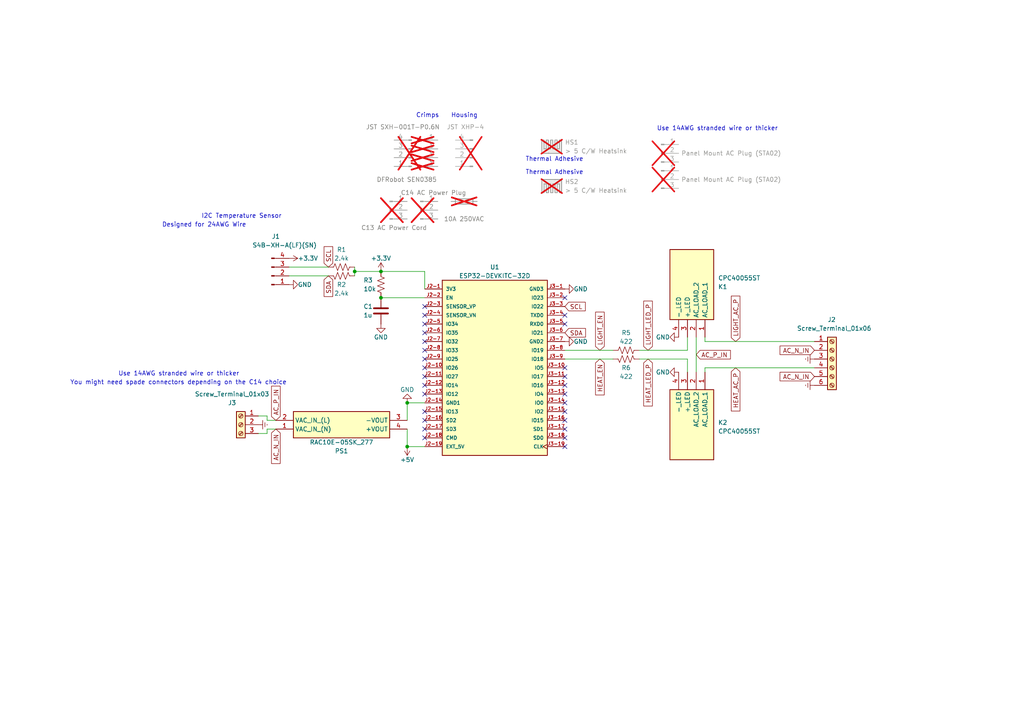
<source format=kicad_sch>
(kicad_sch (version 20230121) (generator eeschema)
  (paper "A4")
  (lib_symbols
    (symbol "CPC40055ST:CPC40055ST"
      (property "Reference" "K" (at 26.67 7.62 0))
      (property "Value" "CPC40055ST" (at 26.67 5.08 0))
      (symbol "CPC40055ST_1_1"
        (rectangle (start 5.08 2.54) (end 25.4 -10.16) (stroke (width 0.254)) (fill (type background)))
        (pin passive line (at 0 0 0) (length 5.08) (name "AC_LOAD_1") (number "1"))
        (pin passive line (at 0 -2.54 0) (length 5.08) (name "AC_LOAD_2") (number "2"))
        (pin passive line (at 0 -5.08 0) (length 5.08) (name "+_LED") (number "3"))
        (pin passive line (at 0 -7.62 0) (length 5.08) (name "-_LED") (number "4"))
      )
    )
    (symbol "Connector:Conn_01x01_Pin" (pin_names (offset 1.016) hide)
      (property "Reference" "J" (at 0 2.54 0))
      (property "Value" "Conn_01x01_Pin" (at 0 -2.54 0))
      (symbol "Conn_01x01_Pin_1_1"
        (polyline (pts (xy 1.27 0) (xy 0.8636 0)) (stroke (width 0.1524)))
        (rectangle (start 0.8636 0.127) (end 0 -0.127) (stroke (width 0.1524)) (fill (type outline)))
        (pin passive line (at 5.08 0 180) (length 3.81) (name "Pin_1") (number "1"))
      )
    )
    (symbol "Connector:Conn_01x03_Pin" (pin_names (offset 1.016) hide)
      (property "Reference" "J" (at 0 5.08 0))
      (property "Value" "Conn_01x03_Pin" (at 0 -5.08 0))
      (symbol "Conn_01x03_Pin_1_1"
        (polyline (pts (xy 1.27 -2.54) (xy 0.8636 -2.54)) (stroke (width 0.1524)))
        (polyline (pts (xy 1.27 0) (xy 0.8636 0)) (stroke (width 0.1524)))
        (polyline (pts (xy 1.27 2.54) (xy 0.8636 2.54)) (stroke (width 0.1524)))
        (rectangle (start 0.8636 -2.413) (end 0 -2.667) (stroke (width 0.1524)) (fill (type outline)))
        (rectangle (start 0.8636 0.127) (end 0 -0.127) (stroke (width 0.1524)) (fill (type outline)))
        (rectangle (start 0.8636 2.667) (end 0 2.413) (stroke (width 0.1524)) (fill (type outline)))
        (pin passive line (at 5.08 2.54 180) (length 3.81) (name "Pin_1") (number "1"))
        (pin passive line (at 5.08 0 180) (length 3.81) (name "Pin_2") (number "2"))
        (pin passive line (at 5.08 -2.54 180) (length 3.81) (name "Pin_3") (number "3"))
      )
    )
    (symbol "Connector:Conn_01x04_Pin" (pin_names (offset 1.016) hide)
      (property "Reference" "J" (at 0 5.08 0))
      (property "Value" "Conn_01x04_Pin" (at 0 -7.62 0))
      (symbol "Conn_01x04_Pin_1_1"
        (polyline (pts (xy 1.27 -5.08) (xy 0.8636 -5.08)) (stroke (width 0.1524)))
        (polyline (pts (xy 1.27 -2.54) (xy 0.8636 -2.54)) (stroke (width 0.1524)))
        (polyline (pts (xy 1.27 0) (xy 0.8636 0)) (stroke (width 0.1524)))
        (polyline (pts (xy 1.27 2.54) (xy 0.8636 2.54)) (stroke (width 0.1524)))
        (rectangle (start 0.8636 -4.953) (end 0 -5.207) (stroke (width 0.1524)) (fill (type outline)))
        (rectangle (start 0.8636 -2.413) (end 0 -2.667) (stroke (width 0.1524)) (fill (type outline)))
        (rectangle (start 0.8636 0.127) (end 0 -0.127) (stroke (width 0.1524)) (fill (type outline)))
        (rectangle (start 0.8636 2.667) (end 0 2.413) (stroke (width 0.1524)) (fill (type outline)))
        (pin passive line (at 5.08 2.54 180) (length 3.81) (name "Pin_1") (number "1"))
        (pin passive line (at 5.08 0 180) (length 3.81) (name "Pin_2") (number "2"))
        (pin passive line (at 5.08 -2.54 180) (length 3.81) (name "Pin_3") (number "3"))
        (pin passive line (at 5.08 -5.08 180) (length 3.81) (name "Pin_4") (number "4"))
      )
    )
    (symbol "Connector:Screw_Terminal_01x03" (pin_names (offset 1.016) hide)
      (property "Reference" "J" (at 0 5.08 0))
      (property "Value" "Screw_Terminal_01x03" (at 0 -5.08 0))
      (symbol "Screw_Terminal_01x03_1_1"
        (rectangle (start -1.27 3.81) (end 1.27 -3.81) (stroke (width 0.254)) (fill (type background)))
        (circle (center 0 -2.54) (radius 0.635) (stroke (width 0.1524)))
        (polyline (pts (xy -0.5334 -2.2098) (xy 0.3302 -3.048)) (stroke (width 0.1524)))
        (polyline (pts (xy -0.5334 0.3302) (xy 0.3302 -0.508)) (stroke (width 0.1524)))
        (polyline (pts (xy -0.5334 2.8702) (xy 0.3302 2.032)) (stroke (width 0.1524)))
        (polyline (pts (xy -0.3556 -2.032) (xy 0.508 -2.8702)) (stroke (width 0.1524)))
        (polyline (pts (xy -0.3556 0.508) (xy 0.508 -0.3302)) (stroke (width 0.1524)))
        (polyline (pts (xy -0.3556 3.048) (xy 0.508 2.2098)) (stroke (width 0.1524)))
        (circle (center 0 0) (radius 0.635) (stroke (width 0.1524)))
        (circle (center 0 2.54) (radius 0.635) (stroke (width 0.1524)))
        (pin passive line (at -5.08 2.54 0) (length 3.81) (name "Pin_1") (number "1"))
        (pin passive line (at -5.08 0 0) (length 3.81) (name "Pin_2") (number "2"))
        (pin passive line (at -5.08 -2.54 0) (length 3.81) (name "Pin_3") (number "3"))
      )
    )
    (symbol "Connector:Screw_Terminal_01x06" (pin_names (offset 1.016) hide)
      (property "Reference" "J" (at 0 7.62 0))
      (property "Value" "Screw_Terminal_01x06" (at 0 -10.16 0))
      (symbol "Screw_Terminal_01x06_1_1"
        (rectangle (start -1.27 6.35) (end 1.27 -8.89) (stroke (width 0.254)) (fill (type background)))
        (circle (center 0 -7.62) (radius 0.635) (stroke (width 0.1524)))
        (circle (center 0 -5.08) (radius 0.635) (stroke (width 0.1524)))
        (circle (center 0 -2.54) (radius 0.635) (stroke (width 0.1524)))
        (polyline (pts (xy -0.5334 -7.2898) (xy 0.3302 -8.128)) (stroke (width 0.1524)))
        (polyline (pts (xy -0.5334 -4.7498) (xy 0.3302 -5.588)) (stroke (width 0.1524)))
        (polyline (pts (xy -0.5334 -2.2098) (xy 0.3302 -3.048)) (stroke (width 0.1524)))
        (polyline (pts (xy -0.5334 0.3302) (xy 0.3302 -0.508)) (stroke (width 0.1524)))
        (polyline (pts (xy -0.5334 2.8702) (xy 0.3302 2.032)) (stroke (width 0.1524)))
        (polyline (pts (xy -0.5334 5.4102) (xy 0.3302 4.572)) (stroke (width 0.1524)))
        (polyline (pts (xy -0.3556 -7.112) (xy 0.508 -7.9502)) (stroke (width 0.1524)))
        (polyline (pts (xy -0.3556 -4.572) (xy 0.508 -5.4102)) (stroke (width 0.1524)))
        (polyline (pts (xy -0.3556 -2.032) (xy 0.508 -2.8702)) (stroke (width 0.1524)))
        (polyline (pts (xy -0.3556 0.508) (xy 0.508 -0.3302)) (stroke (width 0.1524)))
        (polyline (pts (xy -0.3556 3.048) (xy 0.508 2.2098)) (stroke (width 0.1524)))
        (polyline (pts (xy -0.3556 5.588) (xy 0.508 4.7498)) (stroke (width 0.1524)))
        (circle (center 0 0) (radius 0.635) (stroke (width 0.1524)))
        (circle (center 0 2.54) (radius 0.635) (stroke (width 0.1524)))
        (circle (center 0 5.08) (radius 0.635) (stroke (width 0.1524)))
        (pin passive line (at -5.08 5.08 0) (length 3.81) (name "Pin_1") (number "1"))
        (pin passive line (at -5.08 2.54 0) (length 3.81) (name "Pin_2") (number "2"))
        (pin passive line (at -5.08 0 0) (length 3.81) (name "Pin_3") (number "3"))
        (pin passive line (at -5.08 -2.54 0) (length 3.81) (name "Pin_4") (number "4"))
        (pin passive line (at -5.08 -5.08 0) (length 3.81) (name "Pin_5") (number "5"))
        (pin passive line (at -5.08 -7.62 0) (length 3.81) (name "Pin_6") (number "6"))
      )
    )
    (symbol "Device:C" (pin_numbers hide) (pin_names (offset 0.254))
      (property "Reference" "C" (at 0.635 2.54 0))
      (property "Value" "C" (at 0.635 -2.54 0))
      (symbol "C_0_1"
        (polyline (pts (xy -2.032 -0.762) (xy 2.032 -0.762)) (stroke (width 0.508)))
        (polyline (pts (xy -2.032 0.762) (xy 2.032 0.762)) (stroke (width 0.508)))
      )
      (symbol "C_1_1"
        (pin passive line (at 0 3.81 270) (length 2.794) (name "~") (number "1"))
        (pin passive line (at 0 -3.81 90) (length 2.794) (name "~") (number "2"))
      )
    )
    (symbol "Device:Fuse" (pin_numbers hide) (pin_names (offset 0))
      (property "Reference" "F" (at 2.032 0 90))
      (property "Value" "Fuse" (at -1.905 0 90))
      (symbol "Fuse_0_1"
        (rectangle (start -0.762 -2.54) (end 0.762 2.54) (stroke (width 0.254)))
        (polyline (pts (xy 0 2.54) (xy 0 -2.54)))
      )
      (symbol "Fuse_1_1"
        (pin passive line (at 0 3.81 270) (length 1.27) (name "~") (number "1"))
        (pin passive line (at 0 -3.81 90) (length 1.27) (name "~") (number "2"))
      )
    )
    (symbol "Device:R_US" (pin_numbers hide) (pin_names (offset 0))
      (property "Reference" "R" (at 2.54 0 90))
      (property "Value" "R_US" (at -2.54 0 90))
      (symbol "R_US_0_1"
        (polyline (pts (xy 0 -2.286) (xy 0 -2.54)))
        (polyline (pts (xy 0 2.286) (xy 0 2.54)))
        (polyline (pts (xy 0 -0.762) (xy 1.016 -1.143) (xy 0 -1.524) (xy -1.016 -1.905) (xy 0 -2.286)))
        (polyline (pts (xy 0 0.762) (xy 1.016 0.381) (xy 0 0) (xy -1.016 -0.381) (xy 0 -0.762)))
        (polyline (pts (xy 0 2.286) (xy 1.016 1.905) (xy 0 1.524) (xy -1.016 1.143) (xy 0 0.762)))
      )
      (symbol "R_US_1_1"
        (pin passive line (at 0 3.81 270) (length 1.27) (name "~") (number "1"))
        (pin passive line (at 0 -3.81 90) (length 1.27) (name "~") (number "2"))
      )
    )
    (symbol "ESP32-DEVKITC-32D:ESP32-DEVKITC-32D" (pin_names (offset 1.016))
      (property "Reference" "U" (at -15.2572 26.0643 0))
      (property "Value" "ESP32-DEVKITC-32D" (at -15.2563 -27.9698 0))
      (symbol "ESP32-DEVKITC-32D_0_0"
        (rectangle (start -15.24 -25.4) (end 15.24 25.4) (stroke (width 0.254)) (fill (type background)))
        (pin power_in line (at -20.32 22.86 0) (length 5.08) (name "3V3") (number "J2-1"))
        (pin bidirectional line (at -20.32 0 0) (length 5.08) (name "IO26") (number "J2-10"))
        (pin bidirectional line (at -20.32 -2.54 0) (length 5.08) (name "IO27") (number "J2-11"))
        (pin bidirectional line (at -20.32 -5.08 0) (length 5.08) (name "IO14") (number "J2-12"))
        (pin bidirectional line (at -20.32 -7.62 0) (length 5.08) (name "IO12") (number "J2-13"))
        (pin power_in line (at -20.32 -10.16 0) (length 5.08) (name "GND1") (number "J2-14"))
        (pin bidirectional line (at -20.32 -12.7 0) (length 5.08) (name "IO13") (number "J2-15"))
        (pin bidirectional line (at -20.32 -15.24 0) (length 5.08) (name "SD2") (number "J2-16"))
        (pin bidirectional line (at -20.32 -17.78 0) (length 5.08) (name "SD3") (number "J2-17"))
        (pin bidirectional line (at -20.32 -20.32 0) (length 5.08) (name "CMD") (number "J2-18"))
        (pin power_in line (at -20.32 -22.86 0) (length 5.08) (name "EXT_5V") (number "J2-19"))
        (pin input line (at -20.32 20.32 0) (length 5.08) (name "EN") (number "J2-2"))
        (pin input line (at -20.32 17.78 0) (length 5.08) (name "SENSOR_VP") (number "J2-3"))
        (pin input line (at -20.32 15.24 0) (length 5.08) (name "SENSOR_VN") (number "J2-4"))
        (pin bidirectional line (at -20.32 12.7 0) (length 5.08) (name "IO34") (number "J2-5"))
        (pin bidirectional line (at -20.32 10.16 0) (length 5.08) (name "IO35") (number "J2-6"))
        (pin bidirectional line (at -20.32 7.62 0) (length 5.08) (name "IO32") (number "J2-7"))
        (pin bidirectional line (at -20.32 5.08 0) (length 5.08) (name "IO33") (number "J2-8"))
        (pin bidirectional line (at -20.32 2.54 0) (length 5.08) (name "IO25") (number "J2-9"))
        (pin power_in line (at 20.32 22.86 180) (length 5.08) (name "GND3") (number "J3-1"))
        (pin bidirectional line (at 20.32 0 180) (length 5.08) (name "IO5") (number "J3-10"))
        (pin bidirectional line (at 20.32 -2.54 180) (length 5.08) (name "IO17") (number "J3-11"))
        (pin bidirectional line (at 20.32 -5.08 180) (length 5.08) (name "IO16") (number "J3-12"))
        (pin bidirectional line (at 20.32 -7.62 180) (length 5.08) (name "IO4") (number "J3-13"))
        (pin bidirectional line (at 20.32 -10.16 180) (length 5.08) (name "IO0") (number "J3-14"))
        (pin bidirectional line (at 20.32 -12.7 180) (length 5.08) (name "IO2") (number "J3-15"))
        (pin bidirectional line (at 20.32 -15.24 180) (length 5.08) (name "IO15") (number "J3-16"))
        (pin bidirectional line (at 20.32 -17.78 180) (length 5.08) (name "SD1") (number "J3-17"))
        (pin bidirectional line (at 20.32 -20.32 180) (length 5.08) (name "SD0") (number "J3-18"))
        (pin input clock (at 20.32 -22.86 180) (length 5.08) (name "CLK") (number "J3-19"))
        (pin bidirectional line (at 20.32 20.32 180) (length 5.08) (name "IO23") (number "J3-2"))
        (pin bidirectional line (at 20.32 17.78 180) (length 5.08) (name "IO22") (number "J3-3"))
        (pin output line (at 20.32 15.24 180) (length 5.08) (name "TXD0") (number "J3-4"))
        (pin input line (at 20.32 12.7 180) (length 5.08) (name "RXD0") (number "J3-5"))
        (pin bidirectional line (at 20.32 10.16 180) (length 5.08) (name "IO21") (number "J3-6"))
        (pin power_in line (at 20.32 7.62 180) (length 5.08) (name "GND2") (number "J3-7"))
        (pin bidirectional line (at 20.32 5.08 180) (length 5.08) (name "IO19") (number "J3-8"))
        (pin bidirectional line (at 20.32 2.54 180) (length 5.08) (name "IO18") (number "J3-9"))
      )
    )
    (symbol "Mechanical:Heatsink" (pin_names (offset 1.016))
      (property "Reference" "HS" (at 0 5.08 0))
      (property "Value" "Heatsink" (at 0 -1.27 0))
      (symbol "Heatsink_0_1"
        (polyline (pts (xy -0.3302 1.27) (xy -0.9652 1.27) (xy -0.9652 3.81) (xy -1.6002 3.81) (xy -1.6002 1.27) (xy -2.2352 1.27) (xy -2.2352 3.81) (xy -2.8702 3.81) (xy -2.8702 0) (xy -0.9652 0)) (stroke (width 0.254)) (fill (type background)))
        (polyline (pts (xy -0.3302 1.27) (xy -0.3302 3.81) (xy 0.3048 3.81) (xy 0.3048 1.27) (xy 0.9398 1.27) (xy 0.9398 3.81) (xy 1.5748 3.81) (xy 1.5748 1.27) (xy 2.2098 1.27) (xy 2.2098 3.81) (xy 2.8448 3.81) (xy 2.8448 0) (xy -0.9652 0)) (stroke (width 0.254)) (fill (type background)))
      )
    )
    (symbol "RAC10E-05SK_277:RAC10E-05SK_277"
      (property "Reference" "PS" (at 34.29 7.62 0))
      (property "Value" "RAC10E-05SK_277" (at 34.29 5.08 0))
      (symbol "RAC10E-05SK_277_1_1"
        (rectangle (start 5.08 2.54) (end 33.02 -5.08) (stroke (width 0.254)) (fill (type background)))
        (pin passive line (at 0 0 0) (length 5.08) (name "VAC_IN_(N)") (number "1"))
        (pin passive line (at 0 -2.54 0) (length 5.08) (name "VAC_IN_(L)") (number "2"))
        (pin passive line (at 38.1 -2.54 180) (length 5.08) (name "-VOUT") (number "3"))
        (pin passive line (at 38.1 0 180) (length 5.08) (name "+VOUT") (number "4"))
      )
    )
    (symbol "power:+3.3V" (power) (pin_names (offset 0))
      (property "Value" "+3.3V" (at 0 3.556 0))
      (symbol "+3.3V_0_1"
        (polyline (pts (xy -0.762 1.27) (xy 0 2.54)))
        (polyline (pts (xy 0 0) (xy 0 2.54)))
        (polyline (pts (xy 0 2.54) (xy 0.762 1.27)))
      )
      (symbol "+3.3V_1_1"
        (pin power_in line (at 0 0 90) (length 0) hide (name "+3.3V") (number "1"))
      )
    )
    (symbol "power:+5V" (power) (pin_names (offset 0))
      (property "Value" "+5V" (at 0 3.556 0))
      (symbol "+5V_0_1"
        (polyline (pts (xy -0.762 1.27) (xy 0 2.54)))
        (polyline (pts (xy 0 0) (xy 0 2.54)))
        (polyline (pts (xy 0 2.54) (xy 0.762 1.27)))
      )
      (symbol "+5V_1_1"
        (pin power_in line (at 0 0 90) (length 0) hide (name "+5V") (number "1"))
      )
    )
    (symbol "power:Earth" (power) (pin_names (offset 0))
      (symbol "Earth_0_1"
        (polyline (pts (xy -0.635 -1.905) (xy 0.635 -1.905)))
        (polyline (pts (xy -0.127 -2.54) (xy 0.127 -2.54)))
        (polyline (pts (xy 0 -1.27) (xy 0 0)))
        (polyline (pts (xy 1.27 -1.27) (xy -1.27 -1.27)))
      )
      (symbol "Earth_1_1"
        (pin power_in line (at 0 0 270) (length 0) hide (name "Earth") (number "1"))
      )
    )
    (symbol "power:GND" (power) (pin_names (offset 0))
      (property "Value" "GND" (at 0 -3.81 0))
      (symbol "GND_0_1"
        (polyline (pts (xy 0 0) (xy 0 -1.27) (xy 1.27 -1.27) (xy 0 -2.54) (xy -1.27 -1.27) (xy 0 -1.27)))
      )
      (symbol "GND_1_1"
        (pin power_in line (at 0 0 270) (length 0) hide (name "GND") (number "1"))
      )
    )
  )
  (junction (at 118.11 129.54))
  (junction (at 110.49 86.36))
  (junction (at 118.11 116.84))
  (junction (at 102.87 78.74))
  (junction (at 110.49 78.74))
  (no_connect (at 123.19 88.9))
  (no_connect (at 163.83 106.68))
  (no_connect (at 123.19 106.68))
  (no_connect (at 123.19 101.6))
  (no_connect (at 123.19 104.14))
  (no_connect (at 163.83 129.54))
  (no_connect (at 163.83 127))
  (no_connect (at 163.83 91.44))
  (no_connect (at 123.19 93.98))
  (no_connect (at 123.19 109.22))
  (no_connect (at 163.83 116.84))
  (no_connect (at 163.83 119.38))
  (no_connect (at 123.19 99.06))
  (no_connect (at 123.19 121.92))
  (no_connect (at 163.83 121.92))
  (no_connect (at 163.83 111.76))
  (no_connect (at 123.19 119.38))
  (no_connect (at 163.83 109.22))
  (no_connect (at 163.83 93.98))
  (no_connect (at 123.19 111.76))
  (no_connect (at 163.83 114.3))
  (no_connect (at 123.19 114.3))
  (no_connect (at 163.83 124.46))
  (no_connect (at 123.19 96.52))
  (no_connect (at 163.83 86.36))
  (no_connect (at 123.19 91.44))
  (no_connect (at 123.19 124.46))
  (no_connect (at 123.19 127))
  (wire (pts (xy 83.82 77.47) (xy 95.25 77.47)))
  (wire (pts (xy 118.11 124.46) (xy 118.11 129.54)))
  (wire (pts (xy 102.87 78.74) (xy 102.87 80.01)))
  (wire (pts (xy 118.11 129.54) (xy 123.19 129.54)))
  (wire (pts (xy 199.39 97.79) (xy 199.39 101.6)))
  (wire (pts (xy 77.47 120.65) (xy 77.47 121.92)))
  (wire (pts (xy 123.19 78.74) (xy 123.19 83.82)))
  (wire (pts (xy 118.11 116.84) (xy 123.19 116.84)))
  (wire (pts (xy 201.93 97.79) (xy 201.93 107.95)))
  (wire (pts (xy 199.39 104.14) (xy 199.39 107.95)))
  (wire (pts (xy 74.93 120.65) (xy 77.47 120.65)))
  (wire (pts (xy 163.83 101.6) (xy 177.8 101.6)))
  (wire (pts (xy 102.87 77.47) (xy 102.87 78.74)))
  (wire (pts (xy 118.11 116.84) (xy 118.11 121.92)))
  (wire (pts (xy 110.49 86.36) (xy 123.19 86.36)))
  (wire (pts (xy 185.42 101.6) (xy 199.39 101.6)))
  (wire (pts (xy 77.47 124.46) (xy 80.01 124.46)))
  (wire (pts (xy 74.93 125.73) (xy 77.47 125.73)))
  (wire (pts (xy 83.82 80.01) (xy 95.25 80.01)))
  (wire (pts (xy 163.83 104.14) (xy 177.8 104.14)))
  (wire (pts (xy 204.47 106.68) (xy 236.22 106.68)))
  (wire (pts (xy 204.47 99.06) (xy 204.47 97.79)))
  (wire (pts (xy 204.47 107.95) (xy 204.47 106.68)))
  (wire (pts (xy 185.42 104.14) (xy 199.39 104.14)))
  (wire (pts (xy 110.49 78.74) (xy 123.19 78.74)))
  (wire (pts (xy 102.87 78.74) (xy 110.49 78.74)))
  (wire (pts (xy 77.47 125.73) (xy 77.47 124.46)))
  (wire (pts (xy 77.47 121.92) (xy 80.01 121.92)))
  (wire (pts (xy 236.22 99.06) (xy 204.47 99.06)))
  (text "You might need spade connectors depending on the C14 choice" (at 20.32 111.76 0) (effects (font (size 1.27 1.27)) (justify left bottom)))
  (text "Thermal Adhesive" (at 152.4 50.8 0) (effects (font (size 1.27 1.27)) (justify left bottom)))
  (text "Use 14AWG stranded wire or thicker" (at 34.29 109.22 0) (effects (font (size 1.27 1.27)) (justify left bottom)))
  (text "Use 14AWG stranded wire or thicker" (at 190.5 38.1 0) (effects (font (size 1.27 1.27)) (justify left bottom)))
  (text "Designed for 24AWG Wire" (at 46.99 66.04 0) (effects (font (size 1.27 1.27)) (justify left bottom)))
  (text "Crimps" (at 120.65 34.29 0) (effects (font (size 1.27 1.27)) (justify left bottom)))
  (text "Housing" (at 130.81 34.29 0) (effects (font (size 1.27 1.27)) (justify left bottom)))
  (text "Thermal Adhesive" (at 152.4 46.99 0) (effects (font (size 1.27 1.27)) (justify left bottom)))
  (text "I2C Temperature Sensor" (at 58.42 63.5 0) (effects (font (size 1.27 1.27)) (justify left bottom)))
  (global_label "HEAT_EN" (shape input) (at 173.99 104.14 270) (property "Intersheetrefs" "${INTERSHEET_REFS}" (effects hide)))
  (global_label "LIGHT_LED_P" (shape input) (at 187.96 101.6 90) (property "Intersheetrefs" "${INTERSHEET_REFS}" (effects hide)))
  (global_label "HEAT_AC_P" (shape input) (at 213.36 106.68 270) (property "Intersheetrefs" "${INTERSHEET_REFS}" (effects hide)))
  (global_label "SCL" (shape input) (at 163.83 88.9 0) (property "Intersheetrefs" "${INTERSHEET_REFS}" (effects hide)))
  (global_label "SDA" (shape input) (at 95.25 80.01 270) (property "Intersheetrefs" "${INTERSHEET_REFS}" (effects hide)))
  (global_label "AC_P_IN" (shape input) (at 201.93 102.87 0) (property "Intersheetrefs" "${INTERSHEET_REFS}" (effects hide)))
  (global_label "AC_P_IN" (shape input) (at 80.01 121.92 90) (property "Intersheetrefs" "${INTERSHEET_REFS}" (effects hide)))
  (global_label "AC_N_IN" (shape input) (at 236.22 109.22 180) (property "Intersheetrefs" "${INTERSHEET_REFS}" (effects hide)))
  (global_label "AC_N_IN" (shape input) (at 80.01 124.46 270) (property "Intersheetrefs" "${INTERSHEET_REFS}" (effects hide)))
  (global_label "HEAT_LED_P" (shape input) (at 187.96 104.14 270) (property "Intersheetrefs" "${INTERSHEET_REFS}" (effects hide)))
  (global_label "SDA" (shape input) (at 163.83 96.52 0) (property "Intersheetrefs" "${INTERSHEET_REFS}" (effects hide)))
  (global_label "LIGHT_AC_P" (shape input) (at 213.36 99.06 90) (property "Intersheetrefs" "${INTERSHEET_REFS}" (effects hide)))
  (global_label "LIGHT_EN" (shape input) (at 173.99 101.6 90) (property "Intersheetrefs" "${INTERSHEET_REFS}" (effects hide)))
  (global_label "SCL" (shape input) (at 95.25 77.47 90) (property "Intersheetrefs" "${INTERSHEET_REFS}" (effects hide)))
  (global_label "AC_N_IN" (shape input) (at 236.22 101.6 180) (property "Intersheetrefs" "${INTERSHEET_REFS}" (effects hide)))
  (symbol (lib_id "Device:R_US") (at 99.06 80.01 90) (mirror x) (unit 1)
    (property "Reference" "R2" (at 99.06 82.55 90))
    (property "Value" "2.4k" (at 99.06 85.09 90))
    (property "Footprint" "Resistor_SMD:R_1206_3216Metric_Pad1.30x1.75mm_HandSolder" (effects hide))
    (property "Datasheet" "https://www.mouser.com/datasheet/2/315/AOA0000C307-1149632.pdf" (effects hide))
    (property "Product Link" "https://www.mouser.com/ProductDetail/667-ERA-8AEB242V" (effects hide))
    (property "Manufacturer_Name" "Panasonic" (effects hide))
    (property "Manufacturer_Part_Number" "ERA-8AEB242V" (effects hide))
    (property "Price" "$0.64" (effects hide))
  )
  (symbol (lib_id "Device:R_US") (at 99.06 77.47 90) (unit 1)
    (property "Reference" "R1" (at 99.06 72.39 90))
    (property "Value" "2.4k" (at 99.06 74.93 90))
    (property "Footprint" "Resistor_SMD:R_1206_3216Metric_Pad1.30x1.75mm_HandSolder" (effects hide))
    (property "Datasheet" "https://www.mouser.com/datasheet/2/315/AOA0000C307-1149632.pdf" (effects hide))
    (property "Product Link" "https://www.mouser.com/ProductDetail/667-ERA-8AEB242V" (effects hide))
    (property "Manufacturer_Name" "Panasonic" (effects hide))
    (property "Manufacturer_Part_Number" "ERA-8AEB242V" (effects hide))
    (property "Price" "$0.64" (effects hide))
  )
  (symbol (lib_id "Connector:Screw_Terminal_01x06") (at 241.3 104.14 0) (unit 1)
    (property "Reference" "J2" (at 240.03 92.71 0) (effects (justify left)))
    (property "Value" "Screw_Terminal_01x06" (at 231.14 95.25 0) (effects (justify left)))
    (property "Footprint" "Phoenix 1713969:1713969" (effects hide))
    (property "Datasheet" "https://www.phoenixcontact.com/en-us/products/printed-circuit-board-terminal-mkds-5-6-635-1713969?type=pdf" (effects hide))
    (property "Product Link" "https://www.mouser.com/ProductDetail/651-1713969" (effects hide))
    (property "Manufacturer_Name" "Phoenix Contact " (effects hide))
    (property "Manufacturer_Part_Number" "1713969" (effects hide))
    (property "Price" "$5.84" (effects hide))
  )
  (symbol (lib_id "Device:R_US") (at 181.61 104.14 90) (mirror x) (unit 1)
    (property "Reference" "R6" (at 181.61 106.68 90))
    (property "Value" "422" (at 181.61 109.22 90))
    (property "Footprint" "Resistor_SMD:R_1206_3216Metric_Pad1.30x1.75mm_HandSolder" (effects hide))
    (property "Datasheet" "https://www.mouser.com/datasheet/2/315/AOA0000C307-1149632.pdf" (effects hide))
    (property "Product Link" "https://www.mouser.com/ProductDetail/667-ERA-8AEB4220V" (effects hide))
    (property "Manufacturer_Name" "Panasonic" (effects hide))
    (property "Manufacturer_Part_Number" "ERA-8AEB4220V" (effects hide))
    (property "Price" "$0.66" (effects hide))
  )
  (symbol (lib_id "Device:R_US") (at 110.49 82.55 180) (unit 1)
    (property "Reference" "R3" (at 105.41 81.28 0) (effects (justify right)))
    (property "Value" "10k" (at 105.41 83.82 0) (effects (justify right)))
    (property "Footprint" "Resistor_SMD:R_1206_3216Metric_Pad1.30x1.75mm_HandSolder" (effects hide))
    (property "Datasheet" "https://www.mouser.com/datasheet/2/315/AOA0000C307-1149632.pdf" (effects hide))
    (property "Product Link" "https://www.mouser.com/ProductDetail/667-ERA-8AEB103V" (effects hide))
    (property "Manufacturer_Name" "Panasonic" (effects hide))
    (property "Manufacturer_Part_Number" "ERA-8AEB103V" (effects hide))
    (property "Price" "$0.70" (effects hide))
  )
  (symbol (lib_id "power:GND") (at 163.83 83.82 90) (unit 1)
    (property "Reference" "#PWR07" (effects hide))
    (property "Value" "GND" (at 166.37 83.82 90) (effects (justify right)))
  )
  (symbol (lib_id "power:+3.3V") (at 83.82 74.93 270) (unit 1)
    (property "Reference" "#PWR012" (effects hide))
    (property "Value" "+3.3V" (at 86.36 74.93 90) (effects (justify left)))
  )
  (symbol (lib_id "power:GND") (at 196.85 107.95 270) (unit 1)
    (property "Reference" "#PWR010" (effects hide))
    (property "Value" "GND" (at 194.31 107.95 90) (effects (justify right)))
  )
  (symbol (lib_id "Connector:Conn_01x04_Pin") (at 119.38 45.72 180) (unit 1) (on_board no) (dnp yes)
    (property "Reference" "TempSensor1" (effects hide))
    (property "Value" "DFRobot SEN0385" (at 109.22 52.07 0) (effects (justify right)))
    (property "Datasheet" "https://media.digikey.com/pdf/Data%20Sheets/DFRobot%20PDFs/SEN0385_Web.pdf" (effects hide))
    (property "Product Link" "https://www.mouser.com/ProductDetail/426-SEN0385" (effects hide))
    (property "Manufacturer_Name" "DFRobot" (effects hide))
    (property "Manufacturer_Part_Number" "SEN0385" (effects hide))
    (property "Price" "$19.90" (effects hide))
  )
  (symbol (lib_id "Device:R_US") (at 181.61 101.6 90) (unit 1)
    (property "Reference" "R5" (at 181.61 96.52 90))
    (property "Value" "422" (at 181.61 99.06 90))
    (property "Footprint" "Resistor_SMD:R_1206_3216Metric_Pad1.30x1.75mm_HandSolder" (effects hide))
    (property "Datasheet" "https://www.mouser.com/datasheet/2/315/AOA0000C307-1149632.pdf" (effects hide))
    (property "Product Link" "https://www.mouser.com/ProductDetail/667-ERA-8AEB4220V" (effects hide))
    (property "Manufacturer_Name" "Panasonic" (effects hide))
    (property "Manufacturer_Part_Number" "ERA-8AEB4220V" (effects hide))
    (property "Price" "$0.66" (effects hide))
  )
  (symbol (lib_id "power:GND") (at 110.49 93.98 0) (unit 1)
    (property "Reference" "#PWR09" (effects hide))
    (property "Value" "GND" (at 110.49 97.79 0))
  )
  (symbol (lib_id "ESP32-DEVKITC-32D:ESP32-DEVKITC-32D") (at 143.51 106.68 0) (unit 1)
    (property "Reference" "U1" (at 143.51 77.47 0))
    (property "Value" "ESP32-DEVKITC-32D" (at 143.51 80.01 0))
    (property "Footprint" "ESP32-DEVKITC-32D:MODULE_ESP32-DEVKITC-32D" (effects hide))
    (property "Datasheet" "https://www.mouser.com/pdfDocs/esp32_datasheet_en.pdf" (effects hide))
    (property "PARTREV" "V4" (effects hide))
    (property "STANDARD" "Manufacturer Recommendations" (effects hide))
    (property "SNAPEDA_PN" "ESP32-DEVKITC-32D" (effects hide))
    (property "MAXIMUM_PACKAGE_HEIGHT" "N/A" (effects hide))
    (property "MANUFACTURER" "Espressif Systems" (effects hide))
    (property "Product Link" "https://www.mouser.com/ProductDetail/356-ESP32-DEVKITC32E" (effects hide))
    (property "Manufacturer_Name" "Espressif Systems " (effects hide))
    (property "Manufacturer_Part_Number" "ESP32-DevKitC-32E" (effects hide))
    (property "Price" "$10.00" (effects hide))
  )
  (symbol (lib_id "power:GND") (at 163.83 99.06 90) (unit 1)
    (property "Reference" "#PWR08" (effects hide))
    (property "Value" "GND" (at 166.37 99.06 90) (effects (justify right)))
  )
  (symbol (lib_id "CPC40055ST:CPC40055ST") (at 204.47 97.79 270) (mirror x) (unit 1)
    (property "Reference" "K1" (at 208.28 83.185 90) (effects (justify left)))
    (property "Value" "CPC40055ST" (at 208.28 80.645 90) (effects (justify left)))
    (property "Footprint" "CPC40055ST:CPC40055ST" (effects hide))
    (property "Datasheet" "https://www.mouser.com/datasheet/2/240/CPC40055ST-1548507.pdf" (effects hide))
    (property "Height" "20.701" (effects hide))
    (property "Mouser Part Number" "849-CPC40055ST" (effects hide))
    (property "Mouser Price/Stock" "https://www.mouser.co.uk/ProductDetail/IXYS-Integrated-Circuits/CPC40055ST?qs=%2FWJw0caR6035dTiWeJluMw%3D%3D" (effects hide))
    (property "Manufacturer_Name" "Littelfuse" (effects hide))
    (property "Manufacturer_Part_Number" "CPC40055ST" (effects hide))
    (property "Product Link" "https://www.mouser.com/ProductDetail/849-CPC40055ST" (effects hide))
    (property "Price" "$13.35" (effects hide))
  )
  (symbol (lib_id "CPC40055ST:CPC40055ST") (at 204.47 107.95 270) (unit 1)
    (property "Reference" "K2" (at 208.28 122.555 90) (effects (justify left)))
    (property "Value" "CPC40055ST" (at 208.28 125.095 90) (effects (justify left)))
    (property "Footprint" "CPC40055ST:CPC40055ST" (effects hide))
    (property "Datasheet" "https://www.mouser.com/datasheet/2/240/CPC40055ST-1548507.pdf" (effects hide))
    (property "Height" "20.701" (effects hide))
    (property "Mouser Part Number" "849-CPC40055ST" (effects hide))
    (property "Mouser Price/Stock" "https://www.mouser.co.uk/ProductDetail/IXYS-Integrated-Circuits/CPC40055ST?qs=%2FWJw0caR6035dTiWeJluMw%3D%3D" (effects hide))
    (property "Manufacturer_Name" "Littelfuse" (effects hide))
    (property "Manufacturer_Part_Number" "CPC40055ST" (effects hide))
    (property "Product Link" "https://www.mouser.com/ProductDetail/849-CPC40055ST" (effects hide))
    (property "Price" "$13.35" (effects hide))
  )
  (symbol (lib_id "power:Earth") (at 236.22 111.76 270) (unit 1)
    (property "Reference" "#PWR03" (effects hide))
    (property "Value" "Earth" (effects hide))
  )
  (symbol (lib_id "Connector:Conn_01x01_Pin") (at 121.92 40.64 0) (unit 1) (on_board no) (dnp yes)
    (property "Reference" "TempPlugCrimp1" (effects hide))
    (property "Value" "JST SXH-001T-P0.6N" (at 116.84 36.83 0))
    (property "Datasheet" "https://www.jst-mfg.com/product/pdf/eng/eXH.pdf" (effects hide))
    (property "Manufacturer_Name" "JST" (effects hide))
    (property "Manufacturer_Part_Number" "SXH-001T-P0.6N" (effects hide))
    (property "Product Link" "https://www.digikey.com/en/products/detail/jst-sales-america-inc/SXH-001T-P0-6N/7041446" (effects hide))
    (property "Price" "$0.10" (effects hide))
  )
  (symbol (lib_id "power:+3.3V") (at 110.49 78.74 0) (unit 1)
    (property "Reference" "#PWR014" (effects hide))
    (property "Value" "+3.3V" (at 110.49 74.93 0))
  )
  (symbol (lib_id "Connector:Conn_01x01_Pin") (at 121.92 48.26 0) (unit 1) (on_board no) (dnp yes)
    (property "Reference" "TempPlugCrimp4" (effects hide))
    (property "Value" "JST SXH-001T-P0.6N" (effects hide))
    (property "Datasheet" "https://www.jst-mfg.com/product/pdf/eng/eXH.pdf" (effects hide))
    (property "Manufacturer_Name" "JST" (effects hide))
    (property "Manufacturer_Part_Number" "SXH-001T-P0.6N" (effects hide))
    (property "Product Link" "https://www.digikey.com/en/products/detail/jst-sales-america-inc/SXH-001T-P0-6N/7041446" (effects hide))
    (property "Price" "$0.10" (effects hide))
  )
  (symbol (lib_id "RAC10E-05SK_277:RAC10E-05SK_277") (at 80.01 124.46 0) (mirror x) (unit 1)
    (property "Reference" "PS1" (at 99.06 130.81 0))
    (property "Value" "RAC10E-05SK_277" (at 99.06 128.27 0))
    (property "Footprint" "RAC10E-05SK_277:RAC10E05SK277" (effects hide))
    (property "Datasheet" "https://www.mouser.com/datasheet/2/468/RAC10E_K_277-2902669.pdf" (effects hide))
    (property "Height" "22" (effects hide))
    (property "Mouser Part Number" "919-RAC10E-05SK/277" (effects hide))
    (property "Mouser Price/Stock" "https://www.mouser.co.uk/ProductDetail/RECOM-Power/RAC10E-05SK-277?qs=Li%252BoUPsLEnvJW5q%2F0CCh4A%3D%3D" (effects hide))
    (property "Manufacturer_Name" "RECOM Power" (effects hide))
    (property "Manufacturer_Part_Number" "RAC10E-05SK/277" (effects hide))
    (property "Product Link" "https://www.mouser.com/ProductDetail/919-RAC10E-05SK-277" (effects hide))
    (property "Price" "$9.55" (effects hide))
  )
  (symbol (lib_id "Connector:Conn_01x01_Pin") (at 121.92 43.18 0) (unit 1) (on_board no) (dnp yes)
    (property "Reference" "TempPlugCrimp2" (effects hide))
    (property "Value" "JST SXH-001T-P0.6N" (effects hide))
    (property "Datasheet" "https://www.jst-mfg.com/product/pdf/eng/eXH.pdf" (effects hide))
    (property "Manufacturer_Name" "JST" (effects hide))
    (property "Manufacturer_Part_Number" "SXH-001T-P0.6N" (effects hide))
    (property "Product Link" "https://www.digikey.com/en/products/detail/jst-sales-america-inc/SXH-001T-P0-6N/7041446" (effects hide))
    (property "Price" "$0.10" (effects hide))
  )
  (symbol (lib_id "Connector:Conn_01x03_Pin") (at 113.03 60.96 0) (unit 1) (on_board no) (dnp yes)
    (property "Reference" "ACCord1" (effects hide))
    (property "Value" "C13 AC Power Cord" (at 114.3 66.04 0))
    (property "Datasheet" "https://www.amazon.com/dp/B07KBDPH8X" (effects hide))
    (property "Product Link" "https://www.amazon.com/dp/B07KBDPH8X" (effects hide))
    (property "Manufacturer_Name" "Cable Leader" (effects hide))
    (property "Manufacturer_Part_Number" "14 AWG 15 Amp" (effects hide))
    (property "Price" "$9.99" (effects hide))
  )
  (symbol (lib_id "Connector:Screw_Terminal_01x03") (at 69.85 123.19 0) (mirror y) (unit 1)
    (property "Reference" "J3" (at 67.31 116.84 0))
    (property "Value" "Screw_Terminal_01x03" (at 67.31 114.3 0))
    (property "Footprint" "Phoenix 1714968:1714968" (effects hide))
    (property "Datasheet" "https://www.phoenixcontact.com/en-us/products/printed-circuit-board-terminal-mkds-5-3-635-1714968?type=pdf" (effects hide))
    (property "Product Link" "https://www.mouser.com/ProductDetail/651-1714968" (effects hide))
    (property "Manufacturer_Name" "Phoenix Contact " (effects hide))
    (property "Manufacturer_Part_Number" "1714968" (effects hide))
    (property "Price" "$2.79" (effects hide))
  )
  (symbol (lib_id "power:Earth") (at 236.22 104.14 270) (unit 1)
    (property "Reference" "#PWR01" (effects hide))
    (property "Value" "Earth" (effects hide))
  )
  (symbol (lib_id "Mechanical:Heatsink") (at 160.02 52.07 180) (unit 1) (on_board no) (dnp yes)
    (property "Reference" "HS2" (at 163.83 52.705 0) (effects (justify right)))
    (property "Value" "> 5 C/W Heatsink" (at 163.83 55.245 0) (effects (justify right)))
    (property "Datasheet" "https://www.mouser.com/datasheet/2/2/Aavid_01112021_Board_Level_Cooling_Extruded_5080-1953732.pdf" (effects hide))
    (property "Product Link" "https://www.mouser.com/ProductDetail/532-508500B00" (effects hide))
    (property "Manufacturer_Name" "Aavid" (effects hide))
    (property "Manufacturer_Part_Number" "508500B00000G" (effects hide))
    (property "Price" "$1.06" (effects hide))
  )
  (symbol (lib_id "power:GND") (at 118.11 116.84 0) (mirror x) (unit 1)
    (property "Reference" "#PWR05" (effects hide))
    (property "Value" "GND" (at 118.11 113.03 0))
  )
  (symbol (lib_id "Connector:Conn_01x04_Pin") (at 137.16 45.72 180) (unit 1) (on_board no) (dnp yes)
    (property "Reference" "TempPlug1" (effects hide))
    (property "Value" "JST XHP-4" (at 129.54 36.83 0) (effects (justify right)))
    (property "Datasheet" "https://www.jst-mfg.com/product/pdf/eng/eXH.pdf" (effects hide))
    (property "Manufacturer_Name" "JST" (effects hide))
    (property "Manufacturer_Part_Number" "XHP-4" (effects hide))
    (property "Product Link" "https://www.digikey.com/en/products/detail/jst-sales-america-inc/XHP-4/683353" (effects hide))
    (property "Price" "$0.11" (effects hide))
  )
  (symbol (lib_id "Connector:Conn_01x03_Pin") (at 191.77 52.07 0) (unit 1) (on_board no) (dnp yes)
    (property "Reference" "ACOutput2" (effects hide))
    (property "Value" "Panel Mount AC Plug (STA02)" (at 212.09 52.07 0))
    (property "Datasheet" "https://www.amazon.com/dp/B09V27W6H6?th=1" (effects hide))
    (property "Manufacturer_Name" "FILSHU" (effects hide))
    (property "Manufacturer_Part_Number" "STA02" (effects hide))
    (property "Product Link" "https://www.amazon.com/dp/B09V27W6H6" (effects hide))
    (property "Price" "$9.99" (effects hide))
  )
  (symbol (lib_id "power:GND") (at 196.85 97.79 270) (unit 1)
    (property "Reference" "#PWR011" (effects hide))
    (property "Value" "GND" (at 194.31 97.79 90) (effects (justify right)))
  )
  (symbol (lib_id "power:+5V") (at 118.11 129.54 0) (mirror x) (unit 1)
    (property "Reference" "#PWR02" (effects hide))
    (property "Value" "+5V" (at 118.11 133.35 0))
  )
  (symbol (lib_id "Device:Fuse") (at 134.62 58.42 90) (unit 1) (on_board no) (dnp yes)
    (property "Reference" "ACFuse1" (effects hide))
    (property "Value" "10A 250VAC" (at 134.62 63.5 90))
    (property "Datasheet" "https://www.mouser.com/datasheet/2/240/Littelfuse_Fuse_215_Datasheet_pdf-348972.pdf" (effects hide))
    (property "Model" "Littelfuse 0215010.MXF60P" (effects hide))
    (property "Product Link" "https://www.mouser.com/ProductDetail/576-0215010.MXF60P" (effects hide))
    (property "Manufacturer_Name" "Littelfuse" (effects hide))
    (property "Manufacturer_Part_Number" "0215010.MXF60P" (effects hide))
    (property "Price" "$0.53" (effects hide))
  )
  (symbol (lib_id "Device:C") (at 110.49 90.17 0) (unit 1)
    (property "Reference" "C1" (at 105.41 88.9 0) (effects (justify left)))
    (property "Value" "1u" (at 105.41 91.44 0) (effects (justify left)))
    (property "Footprint" "Capacitor_SMD:C_1206_3216Metric_Pad1.33x1.80mm_HandSolder" (effects hide))
    (property "Datasheet" "https://www.mouser.com/datasheet/2/281/1/GRM31CR72A105KA01_12A-1987854.pdf" (effects hide))
    (property "Product Link" "https://www.mouser.com/ProductDetail/81-GRM31CR72A105KA1K" (effects hide))
    (property "Manufacturer_Name" "Murata" (effects hide))
    (property "Manufacturer_Part_Number" "GRM31CR72A105KA01K" (effects hide))
    (property "Price" "$0.78" (effects hide))
  )
  (symbol (lib_id "Connector:Conn_01x01_Pin") (at 121.92 45.72 0) (unit 1) (on_board no) (dnp yes)
    (property "Reference" "TempPlugCrimp3" (effects hide))
    (property "Value" "JST SXH-001T-P0.6N" (effects hide))
    (property "Datasheet" "https://www.jst-mfg.com/product/pdf/eng/eXH.pdf" (effects hide))
    (property "Manufacturer_Name" "JST" (effects hide))
    (property "Manufacturer_Part_Number" "SXH-001T-P0.6N" (effects hide))
    (property "Product Link" "https://www.digikey.com/en/products/detail/jst-sales-america-inc/SXH-001T-P0-6N/7041446" (effects hide))
    (property "Price" "$0.10" (effects hide))
  )
  (symbol (lib_id "Connector:Conn_01x03_Pin") (at 121.92 60.96 0) (unit 1) (on_board no) (dnp yes)
    (property "Reference" "ACPlug1" (effects hide))
    (property "Value" "C14 AC Power Plug" (at 125.73 55.88 0))
    (property "Datasheet" "https://www.amazon.com/dp/B0895T9NXF" (effects hide))
    (property "Product Link" "https://www.amazon.com/dp/B0895T9NXF" (effects hide))
    (property "Manufacturer_Name" "FILSHU" (effects hide))
    (property "Manufacturer_Part_Number" "15A Rocker Switch and Fuse" (effects hide))
    (property "Price" "$8.99" (effects hide))
  )
  (symbol (lib_id "Connector:Conn_01x03_Pin") (at 191.77 44.45 0) (unit 1) (on_board no) (dnp yes)
    (property "Reference" "ACOutput1" (effects hide))
    (property "Value" "Panel Mount AC Plug (STA02)" (at 212.09 44.45 0))
    (property "Datasheet" "https://www.amazon.com/dp/B09V27W6H6?th=1" (effects hide))
    (property "Manufacturer_Name" "FILSHU" (effects hide))
    (property "Manufacturer_Part_Number" "STA02" (effects hide))
    (property "Product Link" "https://www.amazon.com/dp/B09V27W6H6" (effects hide))
    (property "Price" "$9.99" (effects hide))
  )
  (symbol (lib_id "power:Earth") (at 74.93 123.19 90) (unit 1)
    (property "Reference" "#PWR04" (effects hide))
    (property "Value" "Earth" (effects hide))
  )
  (symbol (lib_id "Connector:Conn_01x04_Pin") (at 78.74 80.01 0) (mirror x) (unit 1)
    (property "Reference" "J1" (at 80.01 68.58 0))
    (property "Value" "S4B-XH-A(LF)(SN)" (at 82.55 71.12 0))
    (property "Footprint" "Connector_JST:JST_XH_S4B-XH-A_1x04_P2.50mm_Horizontal" (effects hide))
    (property "Datasheet" "https://www.jst-mfg.com/product/pdf/eng/eXH.pdf" (effects hide))
    (property "Product Link" "https://www.digikey.com/en/products/detail/jst-sales-america-inc/S4B-XH-A-LF-SN/1651041" (effects hide))
    (property "Manufacturer_Name" "JST" (effects hide))
    (property "Manufacturer_Part_Number" "S4B-XH-A(LF)(SN)" (effects hide))
    (property "Price" "$0.27" (effects hide))
  )
  (symbol (lib_id "Mechanical:Heatsink") (at 160.02 44.45 0) (unit 1) (on_board no) (dnp yes)
    (property "Reference" "HS1" (at 163.83 41.275 0) (effects (justify left)))
    (property "Value" "> 5 C/W Heatsink" (at 163.83 43.815 0) (effects (justify left)))
    (property "Datasheet" "https://www.mouser.com/datasheet/2/2/Aavid_01112021_Board_Level_Cooling_Extruded_5080-1953732.pdf" (effects hide))
    (property "Product Link" "https://www.mouser.com/ProductDetail/532-508500B00" (effects hide))
    (property "Manufacturer_Name" "Aavid" (effects hide))
    (property "Manufacturer_Part_Number" "508500B00000G" (effects hide))
    (property "Price" "$1.06" (effects hide))
  )
  (symbol (lib_id "power:GND") (at 83.82 82.55 90) (unit 1)
    (property "Reference" "#PWR06" (effects hide))
    (property "Value" "GND" (at 86.36 82.55 90) (effects (justify right)))
  )
)
</source>
